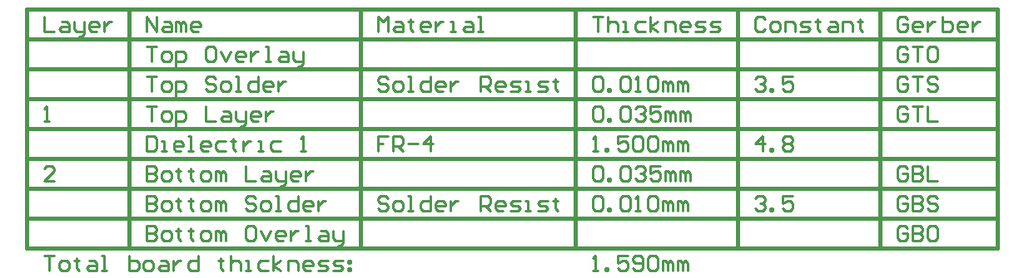
<source format=gbr>
G04*
G04 #@! TF.GenerationSoftware,Altium Limited,Altium Designer,25.0.2 (28)*
G04*
G04 Layer_Color=16316664*
%FSLAX44Y44*%
%MOMM*%
G71*
G04*
G04 #@! TF.SameCoordinates,1FEDFA3E-EA99-418E-B41A-EB270C04C77C*
G04*
G04*
G04 #@! TF.FilePolarity,Positive*
G04*
G01*
G75*
%ADD13C,0.2540*%
%ADD29C,0.3810*%
D13*
X1030158Y742310D02*
Y727075D01*
X1040315D01*
X1047932Y737232D02*
X1053011D01*
X1055550Y734693D01*
Y727075D01*
X1047932D01*
X1045393Y729614D01*
X1047932Y732153D01*
X1055550D01*
X1060628Y737232D02*
Y729614D01*
X1063167Y727075D01*
X1070785D01*
Y724536D01*
X1068246Y721997D01*
X1065707D01*
X1070785Y727075D02*
Y737232D01*
X1083481Y727075D02*
X1078402D01*
X1075863Y729614D01*
Y734693D01*
X1078402Y737232D01*
X1083481D01*
X1086020Y734693D01*
Y732153D01*
X1075863D01*
X1091098Y737232D02*
Y727075D01*
Y732153D01*
X1093638Y734693D01*
X1096177Y737232D01*
X1098716D01*
X1040315Y574675D02*
X1030158D01*
X1040315Y584832D01*
Y587371D01*
X1037776Y589910D01*
X1032697D01*
X1030158Y587371D01*
Y635635D02*
X1035237D01*
X1032697D01*
Y650870D01*
X1030158Y648331D01*
X1134276Y727075D02*
Y742310D01*
X1144433Y727075D01*
Y742310D01*
X1152050Y737232D02*
X1157129D01*
X1159668Y734693D01*
Y727075D01*
X1152050D01*
X1149511Y729614D01*
X1152050Y732153D01*
X1159668D01*
X1164746Y727075D02*
Y737232D01*
X1167285D01*
X1169824Y734693D01*
Y727075D01*
Y734693D01*
X1172364Y737232D01*
X1174903Y734693D01*
Y727075D01*
X1187599D02*
X1182520D01*
X1179981Y729614D01*
Y734693D01*
X1182520Y737232D01*
X1187599D01*
X1190138Y734693D01*
Y732153D01*
X1179981D01*
X1134276Y528950D02*
Y513715D01*
X1141893D01*
X1144433Y516254D01*
Y518793D01*
X1141893Y521333D01*
X1134276D01*
X1141893D01*
X1144433Y523872D01*
Y526411D01*
X1141893Y528950D01*
X1134276D01*
X1152050Y513715D02*
X1157129D01*
X1159668Y516254D01*
Y521333D01*
X1157129Y523872D01*
X1152050D01*
X1149511Y521333D01*
Y516254D01*
X1152050Y513715D01*
X1167285Y526411D02*
Y523872D01*
X1164746D01*
X1169824D01*
X1167285D01*
Y516254D01*
X1169824Y513715D01*
X1179981Y526411D02*
Y523872D01*
X1177442D01*
X1182520D01*
X1179981D01*
Y516254D01*
X1182520Y513715D01*
X1192677D02*
X1197755D01*
X1200295Y516254D01*
Y521333D01*
X1197755Y523872D01*
X1192677D01*
X1190138Y521333D01*
Y516254D01*
X1192677Y513715D01*
X1205373D02*
Y523872D01*
X1207912D01*
X1210451Y521333D01*
Y513715D01*
Y521333D01*
X1212990Y523872D01*
X1215530Y521333D01*
Y513715D01*
X1243461Y528950D02*
X1238382D01*
X1235843Y526411D01*
Y516254D01*
X1238382Y513715D01*
X1243461D01*
X1246000Y516254D01*
Y526411D01*
X1243461Y528950D01*
X1251078Y523872D02*
X1256156Y513715D01*
X1261235Y523872D01*
X1273931Y513715D02*
X1268852D01*
X1266313Y516254D01*
Y521333D01*
X1268852Y523872D01*
X1273931D01*
X1276470Y521333D01*
Y518793D01*
X1266313D01*
X1281548Y523872D02*
Y513715D01*
Y518793D01*
X1284088Y521333D01*
X1286627Y523872D01*
X1289166D01*
X1296783Y513715D02*
X1301862D01*
X1299323D01*
Y528950D01*
X1296783D01*
X1312018Y523872D02*
X1317097D01*
X1319636Y521333D01*
Y513715D01*
X1312018D01*
X1309479Y516254D01*
X1312018Y518793D01*
X1319636D01*
X1324714Y523872D02*
Y516254D01*
X1327254Y513715D01*
X1334871D01*
Y511176D01*
X1332332Y508637D01*
X1329793D01*
X1334871Y513715D02*
Y523872D01*
X1134276Y559430D02*
Y544195D01*
X1141893D01*
X1144433Y546734D01*
Y549273D01*
X1141893Y551813D01*
X1134276D01*
X1141893D01*
X1144433Y554352D01*
Y556891D01*
X1141893Y559430D01*
X1134276D01*
X1152050Y544195D02*
X1157129D01*
X1159668Y546734D01*
Y551813D01*
X1157129Y554352D01*
X1152050D01*
X1149511Y551813D01*
Y546734D01*
X1152050Y544195D01*
X1167285Y556891D02*
Y554352D01*
X1164746D01*
X1169824D01*
X1167285D01*
Y546734D01*
X1169824Y544195D01*
X1179981Y556891D02*
Y554352D01*
X1177442D01*
X1182520D01*
X1179981D01*
Y546734D01*
X1182520Y544195D01*
X1192677D02*
X1197755D01*
X1200295Y546734D01*
Y551813D01*
X1197755Y554352D01*
X1192677D01*
X1190138Y551813D01*
Y546734D01*
X1192677Y544195D01*
X1205373D02*
Y554352D01*
X1207912D01*
X1210451Y551813D01*
Y544195D01*
Y551813D01*
X1212990Y554352D01*
X1215530Y551813D01*
Y544195D01*
X1246000Y556891D02*
X1243461Y559430D01*
X1238382D01*
X1235843Y556891D01*
Y554352D01*
X1238382Y551813D01*
X1243461D01*
X1246000Y549273D01*
Y546734D01*
X1243461Y544195D01*
X1238382D01*
X1235843Y546734D01*
X1253617Y544195D02*
X1258696D01*
X1261235Y546734D01*
Y551813D01*
X1258696Y554352D01*
X1253617D01*
X1251078Y551813D01*
Y546734D01*
X1253617Y544195D01*
X1266313D02*
X1271392D01*
X1268852D01*
Y559430D01*
X1266313D01*
X1289166D02*
Y544195D01*
X1281548D01*
X1279009Y546734D01*
Y551813D01*
X1281548Y554352D01*
X1289166D01*
X1301862Y544195D02*
X1296783D01*
X1294244Y546734D01*
Y551813D01*
X1296783Y554352D01*
X1301862D01*
X1304401Y551813D01*
Y549273D01*
X1294244D01*
X1309479Y554352D02*
Y544195D01*
Y549273D01*
X1312018Y551813D01*
X1314558Y554352D01*
X1317097D01*
X1134276Y589910D02*
Y574675D01*
X1141893D01*
X1144433Y577214D01*
Y579753D01*
X1141893Y582293D01*
X1134276D01*
X1141893D01*
X1144433Y584832D01*
Y587371D01*
X1141893Y589910D01*
X1134276D01*
X1152050Y574675D02*
X1157129D01*
X1159668Y577214D01*
Y582293D01*
X1157129Y584832D01*
X1152050D01*
X1149511Y582293D01*
Y577214D01*
X1152050Y574675D01*
X1167285Y587371D02*
Y584832D01*
X1164746D01*
X1169824D01*
X1167285D01*
Y577214D01*
X1169824Y574675D01*
X1179981Y587371D02*
Y584832D01*
X1177442D01*
X1182520D01*
X1179981D01*
Y577214D01*
X1182520Y574675D01*
X1192677D02*
X1197755D01*
X1200295Y577214D01*
Y582293D01*
X1197755Y584832D01*
X1192677D01*
X1190138Y582293D01*
Y577214D01*
X1192677Y574675D01*
X1205373D02*
Y584832D01*
X1207912D01*
X1210451Y582293D01*
Y574675D01*
Y582293D01*
X1212990Y584832D01*
X1215530Y582293D01*
Y574675D01*
X1235843Y589910D02*
Y574675D01*
X1246000D01*
X1253617Y584832D02*
X1258696D01*
X1261235Y582293D01*
Y574675D01*
X1253617D01*
X1251078Y577214D01*
X1253617Y579753D01*
X1261235D01*
X1266313Y584832D02*
Y577214D01*
X1268852Y574675D01*
X1276470D01*
Y572136D01*
X1273931Y569597D01*
X1271392D01*
X1276470Y574675D02*
Y584832D01*
X1289166Y574675D02*
X1284088D01*
X1281548Y577214D01*
Y582293D01*
X1284088Y584832D01*
X1289166D01*
X1291705Y582293D01*
Y579753D01*
X1281548D01*
X1296783Y584832D02*
Y574675D01*
Y579753D01*
X1299323Y582293D01*
X1301862Y584832D01*
X1304401D01*
X1134276Y620390D02*
Y605155D01*
X1141893D01*
X1144433Y607694D01*
Y617851D01*
X1141893Y620390D01*
X1134276D01*
X1149511Y605155D02*
X1154589D01*
X1152050D01*
Y615312D01*
X1149511D01*
X1169824Y605155D02*
X1164746D01*
X1162207Y607694D01*
Y612772D01*
X1164746Y615312D01*
X1169824D01*
X1172364Y612772D01*
Y610233D01*
X1162207D01*
X1177442Y605155D02*
X1182520D01*
X1179981D01*
Y620390D01*
X1177442D01*
X1197755Y605155D02*
X1192677D01*
X1190138Y607694D01*
Y612772D01*
X1192677Y615312D01*
X1197755D01*
X1200295Y612772D01*
Y610233D01*
X1190138D01*
X1215530Y615312D02*
X1207912D01*
X1205373Y612772D01*
Y607694D01*
X1207912Y605155D01*
X1215530D01*
X1223147Y617851D02*
Y615312D01*
X1220608D01*
X1225686D01*
X1223147D01*
Y607694D01*
X1225686Y605155D01*
X1233304Y615312D02*
Y605155D01*
Y610233D01*
X1235843Y612772D01*
X1238382Y615312D01*
X1240921D01*
X1248539Y605155D02*
X1253617D01*
X1251078D01*
Y615312D01*
X1248539D01*
X1271392D02*
X1263774D01*
X1261235Y612772D01*
Y607694D01*
X1263774Y605155D01*
X1271392D01*
X1291705D02*
X1296783D01*
X1294244D01*
Y620390D01*
X1291705Y617851D01*
X1134276Y650870D02*
X1144433D01*
X1139354D01*
Y635635D01*
X1152050D02*
X1157129D01*
X1159668Y638174D01*
Y643252D01*
X1157129Y645792D01*
X1152050D01*
X1149511Y643252D01*
Y638174D01*
X1152050Y635635D01*
X1164746Y630557D02*
Y645792D01*
X1172364D01*
X1174903Y643252D01*
Y638174D01*
X1172364Y635635D01*
X1164746D01*
X1195216Y650870D02*
Y635635D01*
X1205373D01*
X1212990Y645792D02*
X1218069D01*
X1220608Y643252D01*
Y635635D01*
X1212990D01*
X1210451Y638174D01*
X1212990Y640713D01*
X1220608D01*
X1225686Y645792D02*
Y638174D01*
X1228226Y635635D01*
X1235843D01*
Y633096D01*
X1233304Y630557D01*
X1230765D01*
X1235843Y635635D02*
Y645792D01*
X1248539Y635635D02*
X1243461D01*
X1240921Y638174D01*
Y643252D01*
X1243461Y645792D01*
X1248539D01*
X1251078Y643252D01*
Y640713D01*
X1240921D01*
X1256156Y645792D02*
Y635635D01*
Y640713D01*
X1258696Y643252D01*
X1261235Y645792D01*
X1263774D01*
X1134276Y681350D02*
X1144433D01*
X1139354D01*
Y666115D01*
X1152050D02*
X1157129D01*
X1159668Y668654D01*
Y673733D01*
X1157129Y676272D01*
X1152050D01*
X1149511Y673733D01*
Y668654D01*
X1152050Y666115D01*
X1164746Y661037D02*
Y676272D01*
X1172364D01*
X1174903Y673733D01*
Y668654D01*
X1172364Y666115D01*
X1164746D01*
X1205373Y678811D02*
X1202834Y681350D01*
X1197755D01*
X1195216Y678811D01*
Y676272D01*
X1197755Y673733D01*
X1202834D01*
X1205373Y671193D01*
Y668654D01*
X1202834Y666115D01*
X1197755D01*
X1195216Y668654D01*
X1212990Y666115D02*
X1218069D01*
X1220608Y668654D01*
Y673733D01*
X1218069Y676272D01*
X1212990D01*
X1210451Y673733D01*
Y668654D01*
X1212990Y666115D01*
X1225686D02*
X1230765D01*
X1228226D01*
Y681350D01*
X1225686D01*
X1248539D02*
Y666115D01*
X1240921D01*
X1238382Y668654D01*
Y673733D01*
X1240921Y676272D01*
X1248539D01*
X1261235Y666115D02*
X1256156D01*
X1253617Y668654D01*
Y673733D01*
X1256156Y676272D01*
X1261235D01*
X1263774Y673733D01*
Y671193D01*
X1253617D01*
X1268852Y676272D02*
Y666115D01*
Y671193D01*
X1271392Y673733D01*
X1273931Y676272D01*
X1276470D01*
X1134276Y711830D02*
X1144433D01*
X1139354D01*
Y696595D01*
X1152050D02*
X1157129D01*
X1159668Y699134D01*
Y704212D01*
X1157129Y706752D01*
X1152050D01*
X1149511Y704212D01*
Y699134D01*
X1152050Y696595D01*
X1164746Y691517D02*
Y706752D01*
X1172364D01*
X1174903Y704212D01*
Y699134D01*
X1172364Y696595D01*
X1164746D01*
X1202834Y711830D02*
X1197755D01*
X1195216Y709291D01*
Y699134D01*
X1197755Y696595D01*
X1202834D01*
X1205373Y699134D01*
Y709291D01*
X1202834Y711830D01*
X1210451Y706752D02*
X1215530Y696595D01*
X1220608Y706752D01*
X1233304Y696595D02*
X1228226D01*
X1225686Y699134D01*
Y704212D01*
X1228226Y706752D01*
X1233304D01*
X1235843Y704212D01*
Y701673D01*
X1225686D01*
X1240921Y706752D02*
Y696595D01*
Y701673D01*
X1243461Y704212D01*
X1246000Y706752D01*
X1248539D01*
X1256156Y696595D02*
X1261235D01*
X1258696D01*
Y711830D01*
X1256156D01*
X1271392Y706752D02*
X1276470D01*
X1279009Y704212D01*
Y696595D01*
X1271392D01*
X1268852Y699134D01*
X1271392Y701673D01*
X1279009D01*
X1284088Y706752D02*
Y699134D01*
X1286627Y696595D01*
X1294244D01*
Y694056D01*
X1291705Y691517D01*
X1289166D01*
X1294244Y696595D02*
Y706752D01*
X1370431Y727075D02*
Y742310D01*
X1375509Y737232D01*
X1380588Y742310D01*
Y727075D01*
X1388205Y737232D02*
X1393284D01*
X1395823Y734693D01*
Y727075D01*
X1388205D01*
X1385666Y729614D01*
X1388205Y732153D01*
X1395823D01*
X1403440Y739771D02*
Y737232D01*
X1400901D01*
X1405979D01*
X1403440D01*
Y729614D01*
X1405979Y727075D01*
X1421215D02*
X1416136D01*
X1413597Y729614D01*
Y734693D01*
X1416136Y737232D01*
X1421215D01*
X1423754Y734693D01*
Y732153D01*
X1413597D01*
X1428832Y737232D02*
Y727075D01*
Y732153D01*
X1431371Y734693D01*
X1433911Y737232D01*
X1436450D01*
X1444067Y727075D02*
X1449146D01*
X1446606D01*
Y737232D01*
X1444067D01*
X1459302D02*
X1464381D01*
X1466920Y734693D01*
Y727075D01*
X1459302D01*
X1456763Y729614D01*
X1459302Y732153D01*
X1466920D01*
X1471998Y727075D02*
X1477077D01*
X1474537D01*
Y742310D01*
X1471998D01*
X1380588Y556891D02*
X1378049Y559430D01*
X1372970D01*
X1370431Y556891D01*
Y554352D01*
X1372970Y551813D01*
X1378049D01*
X1380588Y549273D01*
Y546734D01*
X1378049Y544195D01*
X1372970D01*
X1370431Y546734D01*
X1388205Y544195D02*
X1393284D01*
X1395823Y546734D01*
Y551813D01*
X1393284Y554352D01*
X1388205D01*
X1385666Y551813D01*
Y546734D01*
X1388205Y544195D01*
X1400901D02*
X1405979D01*
X1403440D01*
Y559430D01*
X1400901D01*
X1423754D02*
Y544195D01*
X1416136D01*
X1413597Y546734D01*
Y551813D01*
X1416136Y554352D01*
X1423754D01*
X1436450Y544195D02*
X1431371D01*
X1428832Y546734D01*
Y551813D01*
X1431371Y554352D01*
X1436450D01*
X1438989Y551813D01*
Y549273D01*
X1428832D01*
X1444067Y554352D02*
Y544195D01*
Y549273D01*
X1446606Y551813D01*
X1449146Y554352D01*
X1451685D01*
X1474537Y544195D02*
Y559430D01*
X1482155D01*
X1484694Y556891D01*
Y551813D01*
X1482155Y549273D01*
X1474537D01*
X1479616D02*
X1484694Y544195D01*
X1497390D02*
X1492312D01*
X1489772Y546734D01*
Y551813D01*
X1492312Y554352D01*
X1497390D01*
X1499929Y551813D01*
Y549273D01*
X1489772D01*
X1505007Y544195D02*
X1512625D01*
X1515164Y546734D01*
X1512625Y549273D01*
X1507547D01*
X1505007Y551813D01*
X1507547Y554352D01*
X1515164D01*
X1520243Y544195D02*
X1525321D01*
X1522782D01*
Y554352D01*
X1520243D01*
X1532939Y544195D02*
X1540556D01*
X1543095Y546734D01*
X1540556Y549273D01*
X1535478D01*
X1532939Y551813D01*
X1535478Y554352D01*
X1543095D01*
X1550713Y556891D02*
Y554352D01*
X1548174D01*
X1553252D01*
X1550713D01*
Y546734D01*
X1553252Y544195D01*
X1380588Y620390D02*
X1370431D01*
Y612772D01*
X1375509D01*
X1370431D01*
Y605155D01*
X1385666D02*
Y620390D01*
X1393284D01*
X1395823Y617851D01*
Y612772D01*
X1393284Y610233D01*
X1385666D01*
X1390744D02*
X1395823Y605155D01*
X1400901Y612772D02*
X1411058D01*
X1423754Y605155D02*
Y620390D01*
X1416136Y612772D01*
X1426293D01*
X1380588Y678811D02*
X1378049Y681350D01*
X1372970D01*
X1370431Y678811D01*
Y676272D01*
X1372970Y673733D01*
X1378049D01*
X1380588Y671193D01*
Y668654D01*
X1378049Y666115D01*
X1372970D01*
X1370431Y668654D01*
X1388205Y666115D02*
X1393284D01*
X1395823Y668654D01*
Y673733D01*
X1393284Y676272D01*
X1388205D01*
X1385666Y673733D01*
Y668654D01*
X1388205Y666115D01*
X1400901D02*
X1405979D01*
X1403440D01*
Y681350D01*
X1400901D01*
X1423754D02*
Y666115D01*
X1416136D01*
X1413597Y668654D01*
Y673733D01*
X1416136Y676272D01*
X1423754D01*
X1436450Y666115D02*
X1431371D01*
X1428832Y668654D01*
Y673733D01*
X1431371Y676272D01*
X1436450D01*
X1438989Y673733D01*
Y671193D01*
X1428832D01*
X1444067Y676272D02*
Y666115D01*
Y671193D01*
X1446606Y673733D01*
X1449146Y676272D01*
X1451685D01*
X1474537Y666115D02*
Y681350D01*
X1482155D01*
X1484694Y678811D01*
Y673733D01*
X1482155Y671193D01*
X1474537D01*
X1479616D02*
X1484694Y666115D01*
X1497390D02*
X1492312D01*
X1489772Y668654D01*
Y673733D01*
X1492312Y676272D01*
X1497390D01*
X1499929Y673733D01*
Y671193D01*
X1489772D01*
X1505007Y666115D02*
X1512625D01*
X1515164Y668654D01*
X1512625Y671193D01*
X1507547D01*
X1505007Y673733D01*
X1507547Y676272D01*
X1515164D01*
X1520243Y666115D02*
X1525321D01*
X1522782D01*
Y676272D01*
X1520243D01*
X1532939Y666115D02*
X1540556D01*
X1543095Y668654D01*
X1540556Y671193D01*
X1535478D01*
X1532939Y673733D01*
X1535478Y676272D01*
X1543095D01*
X1550713Y678811D02*
Y676272D01*
X1548174D01*
X1553252D01*
X1550713D01*
Y668654D01*
X1553252Y666115D01*
X1588812Y742310D02*
X1598969D01*
X1593890D01*
Y727075D01*
X1604047Y742310D02*
Y727075D01*
Y734693D01*
X1606586Y737232D01*
X1611664D01*
X1614204Y734693D01*
Y727075D01*
X1619282D02*
X1624360D01*
X1621821D01*
Y737232D01*
X1619282D01*
X1642135D02*
X1634517D01*
X1631978Y734693D01*
Y729614D01*
X1634517Y727075D01*
X1642135D01*
X1647213D02*
Y742310D01*
Y732153D02*
X1654830Y737232D01*
X1647213Y732153D02*
X1654830Y727075D01*
X1662448D02*
Y737232D01*
X1670066D01*
X1672605Y734693D01*
Y727075D01*
X1685301D02*
X1680222D01*
X1677683Y729614D01*
Y734693D01*
X1680222Y737232D01*
X1685301D01*
X1687840Y734693D01*
Y732153D01*
X1677683D01*
X1692918Y727075D02*
X1700536D01*
X1703075Y729614D01*
X1700536Y732153D01*
X1695457D01*
X1692918Y734693D01*
X1695457Y737232D01*
X1703075D01*
X1708153Y727075D02*
X1715771D01*
X1718310Y729614D01*
X1715771Y732153D01*
X1710692D01*
X1708153Y734693D01*
X1710692Y737232D01*
X1718310D01*
X1588812Y556891D02*
X1591351Y559430D01*
X1596429D01*
X1598969Y556891D01*
Y546734D01*
X1596429Y544195D01*
X1591351D01*
X1588812Y546734D01*
Y556891D01*
X1604047Y544195D02*
Y546734D01*
X1606586D01*
Y544195D01*
X1604047D01*
X1616743Y556891D02*
X1619282Y559430D01*
X1624360D01*
X1626900Y556891D01*
Y546734D01*
X1624360Y544195D01*
X1619282D01*
X1616743Y546734D01*
Y556891D01*
X1631978Y544195D02*
X1637056D01*
X1634517D01*
Y559430D01*
X1631978Y556891D01*
X1644674D02*
X1647213Y559430D01*
X1652291D01*
X1654830Y556891D01*
Y546734D01*
X1652291Y544195D01*
X1647213D01*
X1644674Y546734D01*
Y556891D01*
X1659909Y544195D02*
Y554352D01*
X1662448D01*
X1664987Y551813D01*
Y544195D01*
Y551813D01*
X1667526Y554352D01*
X1670066Y551813D01*
Y544195D01*
X1675144D02*
Y554352D01*
X1677683D01*
X1680222Y551813D01*
Y544195D01*
Y551813D01*
X1682762Y554352D01*
X1685301Y551813D01*
Y544195D01*
X1588812Y587371D02*
X1591351Y589910D01*
X1596429D01*
X1598969Y587371D01*
Y577214D01*
X1596429Y574675D01*
X1591351D01*
X1588812Y577214D01*
Y587371D01*
X1604047Y574675D02*
Y577214D01*
X1606586D01*
Y574675D01*
X1604047D01*
X1616743Y587371D02*
X1619282Y589910D01*
X1624360D01*
X1626900Y587371D01*
Y577214D01*
X1624360Y574675D01*
X1619282D01*
X1616743Y577214D01*
Y587371D01*
X1631978D02*
X1634517Y589910D01*
X1639595D01*
X1642135Y587371D01*
Y584832D01*
X1639595Y582293D01*
X1637056D01*
X1639595D01*
X1642135Y579753D01*
Y577214D01*
X1639595Y574675D01*
X1634517D01*
X1631978Y577214D01*
X1657370Y589910D02*
X1647213D01*
Y582293D01*
X1652291Y584832D01*
X1654830D01*
X1657370Y582293D01*
Y577214D01*
X1654830Y574675D01*
X1649752D01*
X1647213Y577214D01*
X1662448Y574675D02*
Y584832D01*
X1664987D01*
X1667526Y582293D01*
Y574675D01*
Y582293D01*
X1670066Y584832D01*
X1672605Y582293D01*
Y574675D01*
X1677683D02*
Y584832D01*
X1680222D01*
X1682762Y582293D01*
Y574675D01*
Y582293D01*
X1685301Y584832D01*
X1687840Y582293D01*
Y574675D01*
X1588812Y605155D02*
X1593890D01*
X1591351D01*
Y620390D01*
X1588812Y617851D01*
X1601508Y605155D02*
Y607694D01*
X1604047D01*
Y605155D01*
X1601508D01*
X1624360Y620390D02*
X1614204D01*
Y612772D01*
X1619282Y615312D01*
X1621821D01*
X1624360Y612772D01*
Y607694D01*
X1621821Y605155D01*
X1616743D01*
X1614204Y607694D01*
X1629439Y617851D02*
X1631978Y620390D01*
X1637056D01*
X1639595Y617851D01*
Y607694D01*
X1637056Y605155D01*
X1631978D01*
X1629439Y607694D01*
Y617851D01*
X1644674D02*
X1647213Y620390D01*
X1652291D01*
X1654830Y617851D01*
Y607694D01*
X1652291Y605155D01*
X1647213D01*
X1644674Y607694D01*
Y617851D01*
X1659909Y605155D02*
Y615312D01*
X1662448D01*
X1664987Y612772D01*
Y605155D01*
Y612772D01*
X1667526Y615312D01*
X1670066Y612772D01*
Y605155D01*
X1675144D02*
Y615312D01*
X1677683D01*
X1680222Y612772D01*
Y605155D01*
Y612772D01*
X1682762Y615312D01*
X1685301Y612772D01*
Y605155D01*
X1588812Y648331D02*
X1591351Y650870D01*
X1596429D01*
X1598969Y648331D01*
Y638174D01*
X1596429Y635635D01*
X1591351D01*
X1588812Y638174D01*
Y648331D01*
X1604047Y635635D02*
Y638174D01*
X1606586D01*
Y635635D01*
X1604047D01*
X1616743Y648331D02*
X1619282Y650870D01*
X1624360D01*
X1626900Y648331D01*
Y638174D01*
X1624360Y635635D01*
X1619282D01*
X1616743Y638174D01*
Y648331D01*
X1631978D02*
X1634517Y650870D01*
X1639595D01*
X1642135Y648331D01*
Y645792D01*
X1639595Y643252D01*
X1637056D01*
X1639595D01*
X1642135Y640713D01*
Y638174D01*
X1639595Y635635D01*
X1634517D01*
X1631978Y638174D01*
X1657370Y650870D02*
X1647213D01*
Y643252D01*
X1652291Y645792D01*
X1654830D01*
X1657370Y643252D01*
Y638174D01*
X1654830Y635635D01*
X1649752D01*
X1647213Y638174D01*
X1662448Y635635D02*
Y645792D01*
X1664987D01*
X1667526Y643252D01*
Y635635D01*
Y643252D01*
X1670066Y645792D01*
X1672605Y643252D01*
Y635635D01*
X1677683D02*
Y645792D01*
X1680222D01*
X1682762Y643252D01*
Y635635D01*
Y643252D01*
X1685301Y645792D01*
X1687840Y643252D01*
Y635635D01*
X1588812Y678811D02*
X1591351Y681350D01*
X1596429D01*
X1598969Y678811D01*
Y668654D01*
X1596429Y666115D01*
X1591351D01*
X1588812Y668654D01*
Y678811D01*
X1604047Y666115D02*
Y668654D01*
X1606586D01*
Y666115D01*
X1604047D01*
X1616743Y678811D02*
X1619282Y681350D01*
X1624360D01*
X1626900Y678811D01*
Y668654D01*
X1624360Y666115D01*
X1619282D01*
X1616743Y668654D01*
Y678811D01*
X1631978Y666115D02*
X1637056D01*
X1634517D01*
Y681350D01*
X1631978Y678811D01*
X1644674D02*
X1647213Y681350D01*
X1652291D01*
X1654830Y678811D01*
Y668654D01*
X1652291Y666115D01*
X1647213D01*
X1644674Y668654D01*
Y678811D01*
X1659909Y666115D02*
Y676272D01*
X1662448D01*
X1664987Y673733D01*
Y666115D01*
Y673733D01*
X1667526Y676272D01*
X1670066Y673733D01*
Y666115D01*
X1675144D02*
Y676272D01*
X1677683D01*
X1680222Y673733D01*
Y666115D01*
Y673733D01*
X1682762Y676272D01*
X1685301Y673733D01*
Y666115D01*
X1764027Y739771D02*
X1761487Y742310D01*
X1756409D01*
X1753870Y739771D01*
Y729614D01*
X1756409Y727075D01*
X1761487D01*
X1764027Y729614D01*
X1771644Y727075D02*
X1776723D01*
X1779262Y729614D01*
Y734693D01*
X1776723Y737232D01*
X1771644D01*
X1769105Y734693D01*
Y729614D01*
X1771644Y727075D01*
X1784340D02*
Y737232D01*
X1791958D01*
X1794497Y734693D01*
Y727075D01*
X1799575D02*
X1807193D01*
X1809732Y729614D01*
X1807193Y732153D01*
X1802114D01*
X1799575Y734693D01*
X1802114Y737232D01*
X1809732D01*
X1817350Y739771D02*
Y737232D01*
X1814810D01*
X1819889D01*
X1817350D01*
Y729614D01*
X1819889Y727075D01*
X1830045Y737232D02*
X1835124D01*
X1837663Y734693D01*
Y727075D01*
X1830045D01*
X1827506Y729614D01*
X1830045Y732153D01*
X1837663D01*
X1842741Y727075D02*
Y737232D01*
X1850359D01*
X1852898Y734693D01*
Y727075D01*
X1860515Y739771D02*
Y737232D01*
X1857976D01*
X1863055D01*
X1860515D01*
Y729614D01*
X1863055Y727075D01*
X1753870Y556891D02*
X1756409Y559430D01*
X1761487D01*
X1764027Y556891D01*
Y554352D01*
X1761487Y551813D01*
X1758948D01*
X1761487D01*
X1764027Y549273D01*
Y546734D01*
X1761487Y544195D01*
X1756409D01*
X1753870Y546734D01*
X1769105Y544195D02*
Y546734D01*
X1771644D01*
Y544195D01*
X1769105D01*
X1791958Y559430D02*
X1781801D01*
Y551813D01*
X1786879Y554352D01*
X1789418D01*
X1791958Y551813D01*
Y546734D01*
X1789418Y544195D01*
X1784340D01*
X1781801Y546734D01*
X1761487Y605155D02*
Y620390D01*
X1753870Y612772D01*
X1764027D01*
X1769105Y605155D02*
Y607694D01*
X1771644D01*
Y605155D01*
X1769105D01*
X1781801Y617851D02*
X1784340Y620390D01*
X1789418D01*
X1791958Y617851D01*
Y615312D01*
X1789418Y612772D01*
X1791958Y610233D01*
Y607694D01*
X1789418Y605155D01*
X1784340D01*
X1781801Y607694D01*
Y610233D01*
X1784340Y612772D01*
X1781801Y615312D01*
Y617851D01*
X1784340Y612772D02*
X1789418D01*
X1753870Y678811D02*
X1756409Y681350D01*
X1761487D01*
X1764027Y678811D01*
Y676272D01*
X1761487Y673733D01*
X1758948D01*
X1761487D01*
X1764027Y671193D01*
Y668654D01*
X1761487Y666115D01*
X1756409D01*
X1753870Y668654D01*
X1769105Y666115D02*
Y668654D01*
X1771644D01*
Y666115D01*
X1769105D01*
X1791958Y681350D02*
X1781801D01*
Y673733D01*
X1786879Y676272D01*
X1789418D01*
X1791958Y673733D01*
Y668654D01*
X1789418Y666115D01*
X1784340D01*
X1781801Y668654D01*
X1908771Y739771D02*
X1906232Y742310D01*
X1901154D01*
X1898615Y739771D01*
Y729614D01*
X1901154Y727075D01*
X1906232D01*
X1908771Y729614D01*
Y734693D01*
X1903693D01*
X1921467Y727075D02*
X1916389D01*
X1913850Y729614D01*
Y734693D01*
X1916389Y737232D01*
X1921467D01*
X1924007Y734693D01*
Y732153D01*
X1913850D01*
X1929085Y737232D02*
Y727075D01*
Y732153D01*
X1931624Y734693D01*
X1934163Y737232D01*
X1936702D01*
X1944320Y742310D02*
Y727075D01*
X1951937D01*
X1954477Y729614D01*
Y732153D01*
Y734693D01*
X1951937Y737232D01*
X1944320D01*
X1967173Y727075D02*
X1962094D01*
X1959555Y729614D01*
Y734693D01*
X1962094Y737232D01*
X1967173D01*
X1969712Y734693D01*
Y732153D01*
X1959555D01*
X1974790Y737232D02*
Y727075D01*
Y732153D01*
X1977329Y734693D01*
X1979868Y737232D01*
X1982408D01*
X1908771Y526411D02*
X1906232Y528950D01*
X1901154D01*
X1898615Y526411D01*
Y516254D01*
X1901154Y513715D01*
X1906232D01*
X1908771Y516254D01*
Y521333D01*
X1903693D01*
X1913850Y528950D02*
Y513715D01*
X1921467D01*
X1924007Y516254D01*
Y518793D01*
X1921467Y521333D01*
X1913850D01*
X1921467D01*
X1924007Y523872D01*
Y526411D01*
X1921467Y528950D01*
X1913850D01*
X1936702D02*
X1931624D01*
X1929085Y526411D01*
Y516254D01*
X1931624Y513715D01*
X1936702D01*
X1939241Y516254D01*
Y526411D01*
X1936702Y528950D01*
X1908771Y556891D02*
X1906232Y559430D01*
X1901154D01*
X1898615Y556891D01*
Y546734D01*
X1901154Y544195D01*
X1906232D01*
X1908771Y546734D01*
Y551813D01*
X1903693D01*
X1913850Y559430D02*
Y544195D01*
X1921467D01*
X1924007Y546734D01*
Y549273D01*
X1921467Y551813D01*
X1913850D01*
X1921467D01*
X1924007Y554352D01*
Y556891D01*
X1921467Y559430D01*
X1913850D01*
X1939241Y556891D02*
X1936702Y559430D01*
X1931624D01*
X1929085Y556891D01*
Y554352D01*
X1931624Y551813D01*
X1936702D01*
X1939241Y549273D01*
Y546734D01*
X1936702Y544195D01*
X1931624D01*
X1929085Y546734D01*
X1908771Y587371D02*
X1906232Y589910D01*
X1901154D01*
X1898615Y587371D01*
Y577214D01*
X1901154Y574675D01*
X1906232D01*
X1908771Y577214D01*
Y582293D01*
X1903693D01*
X1913850Y589910D02*
Y574675D01*
X1921467D01*
X1924007Y577214D01*
Y579753D01*
X1921467Y582293D01*
X1913850D01*
X1921467D01*
X1924007Y584832D01*
Y587371D01*
X1921467Y589910D01*
X1913850D01*
X1929085D02*
Y574675D01*
X1939241D01*
X1908771Y648331D02*
X1906232Y650870D01*
X1901154D01*
X1898615Y648331D01*
Y638174D01*
X1901154Y635635D01*
X1906232D01*
X1908771Y638174D01*
Y643252D01*
X1903693D01*
X1913850Y650870D02*
X1924007D01*
X1918928D01*
Y635635D01*
X1929085Y650870D02*
Y635635D01*
X1939241D01*
X1908771Y678811D02*
X1906232Y681350D01*
X1901154D01*
X1898615Y678811D01*
Y668654D01*
X1901154Y666115D01*
X1906232D01*
X1908771Y668654D01*
Y673733D01*
X1903693D01*
X1913850Y681350D02*
X1924007D01*
X1918928D01*
Y666115D01*
X1939241Y678811D02*
X1936702Y681350D01*
X1931624D01*
X1929085Y678811D01*
Y676272D01*
X1931624Y673733D01*
X1936702D01*
X1939241Y671193D01*
Y668654D01*
X1936702Y666115D01*
X1931624D01*
X1929085Y668654D01*
X1908771Y709291D02*
X1906232Y711830D01*
X1901154D01*
X1898615Y709291D01*
Y699134D01*
X1901154Y696595D01*
X1906232D01*
X1908771Y699134D01*
Y704212D01*
X1903693D01*
X1913850Y711830D02*
X1924007D01*
X1918928D01*
Y696595D01*
X1936702Y711830D02*
X1931624D01*
X1929085Y709291D01*
Y699134D01*
X1931624Y696595D01*
X1936702D01*
X1939241Y699134D01*
Y709291D01*
X1936702Y711830D01*
X1030158Y498470D02*
X1040315D01*
X1035237D01*
Y483235D01*
X1047932D02*
X1053011D01*
X1055550Y485774D01*
Y490853D01*
X1053011Y493392D01*
X1047932D01*
X1045393Y490853D01*
Y485774D01*
X1047932Y483235D01*
X1063167Y495931D02*
Y493392D01*
X1060628D01*
X1065707D01*
X1063167D01*
Y485774D01*
X1065707Y483235D01*
X1075863Y493392D02*
X1080942D01*
X1083481Y490853D01*
Y483235D01*
X1075863D01*
X1073324Y485774D01*
X1075863Y488313D01*
X1083481D01*
X1088559Y483235D02*
X1093638D01*
X1091098D01*
Y498470D01*
X1088559D01*
X1116490D02*
Y483235D01*
X1124108D01*
X1126647Y485774D01*
Y488313D01*
Y490853D01*
X1124108Y493392D01*
X1116490D01*
X1134264Y483235D02*
X1139343D01*
X1141882Y485774D01*
Y490853D01*
X1139343Y493392D01*
X1134264D01*
X1131725Y490853D01*
Y485774D01*
X1134264Y483235D01*
X1149500Y493392D02*
X1154578D01*
X1157117Y490853D01*
Y483235D01*
X1149500D01*
X1146960Y485774D01*
X1149500Y488313D01*
X1157117D01*
X1162195Y493392D02*
Y483235D01*
Y488313D01*
X1164735Y490853D01*
X1167274Y493392D01*
X1169813D01*
X1187587Y498470D02*
Y483235D01*
X1179970D01*
X1177430Y485774D01*
Y490853D01*
X1179970Y493392D01*
X1187587D01*
X1210440Y495931D02*
Y493392D01*
X1207901D01*
X1212979D01*
X1210440D01*
Y485774D01*
X1212979Y483235D01*
X1220596Y498470D02*
Y483235D01*
Y490853D01*
X1223136Y493392D01*
X1228214D01*
X1230753Y490853D01*
Y483235D01*
X1235832D02*
X1240910D01*
X1238371D01*
Y493392D01*
X1235832D01*
X1258684D02*
X1251067D01*
X1248527Y490853D01*
Y485774D01*
X1251067Y483235D01*
X1258684D01*
X1263763D02*
Y498470D01*
Y488313D02*
X1271380Y493392D01*
X1263763Y488313D02*
X1271380Y483235D01*
X1278998D02*
Y493392D01*
X1286615D01*
X1289154Y490853D01*
Y483235D01*
X1301850D02*
X1296772D01*
X1294233Y485774D01*
Y490853D01*
X1296772Y493392D01*
X1301850D01*
X1304389Y490853D01*
Y488313D01*
X1294233D01*
X1309468Y483235D02*
X1317085D01*
X1319624Y485774D01*
X1317085Y488313D01*
X1312007D01*
X1309468Y490853D01*
X1312007Y493392D01*
X1319624D01*
X1324703Y483235D02*
X1332320D01*
X1334859Y485774D01*
X1332320Y488313D01*
X1327242D01*
X1324703Y490853D01*
X1327242Y493392D01*
X1334859D01*
X1339938D02*
X1342477D01*
Y490853D01*
X1339938D01*
Y493392D01*
Y485774D02*
X1342477D01*
Y483235D01*
X1339938D01*
Y485774D01*
X1588812Y483235D02*
X1593890D01*
X1591351D01*
Y498470D01*
X1588812Y495931D01*
X1601508Y483235D02*
Y485774D01*
X1604047D01*
Y483235D01*
X1601508D01*
X1624360Y498470D02*
X1614204D01*
Y490853D01*
X1619282Y493392D01*
X1621821D01*
X1624360Y490853D01*
Y485774D01*
X1621821Y483235D01*
X1616743D01*
X1614204Y485774D01*
X1629439D02*
X1631978Y483235D01*
X1637056D01*
X1639595Y485774D01*
Y495931D01*
X1637056Y498470D01*
X1631978D01*
X1629439Y495931D01*
Y493392D01*
X1631978Y490853D01*
X1639595D01*
X1644674Y495931D02*
X1647213Y498470D01*
X1652291D01*
X1654830Y495931D01*
Y485774D01*
X1652291Y483235D01*
X1647213D01*
X1644674Y485774D01*
Y495931D01*
X1659909Y483235D02*
Y493392D01*
X1662448D01*
X1664987Y490853D01*
Y483235D01*
Y490853D01*
X1667526Y493392D01*
X1670066Y490853D01*
Y483235D01*
X1675144D02*
Y493392D01*
X1677683D01*
X1680222Y490853D01*
Y483235D01*
Y490853D01*
X1682762Y493392D01*
X1685301Y490853D01*
Y483235D01*
D29*
X1012378Y719455D02*
X2000188D01*
X1012378Y749935D02*
X2000188D01*
X1012378Y506095D02*
Y749935D01*
Y506095D02*
X1116496D01*
X1012378Y536575D02*
X1116496D01*
X1012378Y567055D02*
X1116496D01*
X1012378Y597535D02*
X1116496D01*
X1012378Y628015D02*
X1116496D01*
X1012378Y658495D02*
X1116496D01*
X1012378Y688975D02*
X1116496D01*
Y506095D02*
Y749935D01*
Y506095D02*
X1352651D01*
X1116496Y536575D02*
X1352651D01*
X1116496Y567055D02*
X1352651D01*
X1116496Y597535D02*
X1352651D01*
X1116496Y628015D02*
X1352651D01*
X1116496Y658495D02*
X1352651D01*
X1116496Y688975D02*
X1352651D01*
Y506095D02*
Y749935D01*
Y506095D02*
X1571032D01*
X1352651Y536575D02*
X1571032D01*
X1352651Y567055D02*
X1571032D01*
X1352651Y597535D02*
X1571032D01*
X1352651Y628015D02*
X1571032D01*
X1352651Y658495D02*
X1571032D01*
X1352651Y688975D02*
X1571032D01*
Y506095D02*
Y749935D01*
Y506095D02*
X1736090D01*
X1571032Y536575D02*
X1736090D01*
X1571032Y567055D02*
X1736090D01*
X1571032Y597535D02*
X1736090D01*
X1571032Y628015D02*
X1736090D01*
X1571032Y658495D02*
X1736090D01*
X1571032Y688975D02*
X1736090D01*
Y506095D02*
Y749935D01*
Y506095D02*
X1880835D01*
X1736090Y536575D02*
X1880835D01*
X1736090Y567055D02*
X1880835D01*
X1736090Y597535D02*
X1880835D01*
X1736090Y628015D02*
X1880835D01*
X1736090Y658495D02*
X1880835D01*
X1736090Y688975D02*
X1880835D01*
Y506095D02*
Y749935D01*
Y506095D02*
X2000188D01*
X1880835Y536575D02*
X2000188D01*
X1880835Y567055D02*
X2000188D01*
X1880835Y597535D02*
X2000188D01*
X1880835Y628015D02*
X2000188D01*
X1880835Y658495D02*
X2000188D01*
X1880835Y688975D02*
X2000188D01*
Y506095D02*
Y749935D01*
M02*

</source>
